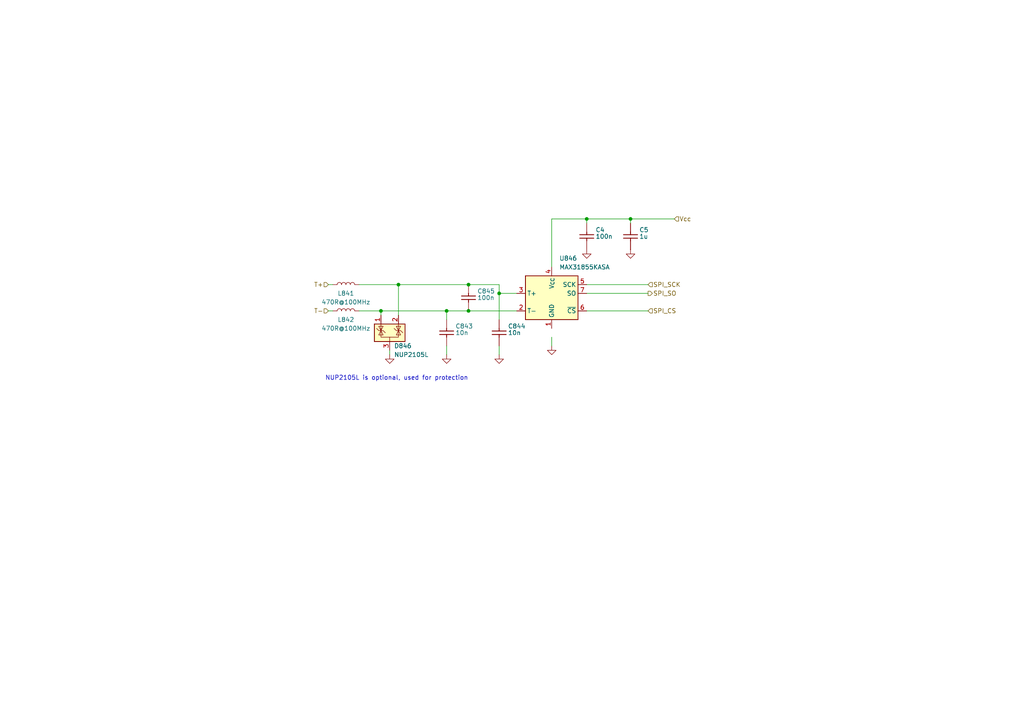
<source format=kicad_sch>
(kicad_sch (version 20231120) (generator "eeschema") (generator_version "8.0")
  (paper "A4")
  (lib_symbols
    (symbol "Device:L" (pin_numbers hide) (pin_names (offset 1.016) hide)
      (property "Reference" "L" (at -1.27 0 90))
      (property "Value" "L" (at 1.905 0 90))
      (symbol "L_0_1"
        (arc (start 0 -2.54) (mid 0.6323 -1.905) (end 0 -1.27))
        (arc (start 0 -1.27) (mid 0.6323 -0.635) (end 0 0))
        (arc (start 0 0) (mid 0.6323 0.635) (end 0 1.27))
        (arc (start 0 1.27) (mid 0.6323 1.905) (end 0 2.54))
      )
      (symbol "L_1_1"
        (pin passive line (at 0 3.81 270) (length 1.27) (name "1") (number "1"))
        (pin passive line (at 0 -3.81 90) (length 1.27) (name "2") (number "2"))
      )
    )
    (symbol "Power_Protection:NUP2105L" (pin_names hide)
      (property "Reference" "D" (at 5.715 2.54 0))
      (property "Value" "NUP2105L" (at 5.715 0.635 0))
      (symbol "NUP2105L_0_0"
        (pin passive line (at 0 -5.08 90) (length 2.54) (name "A") (number "3"))
      )
      (symbol "NUP2105L_0_1"
        (rectangle (start -4.445 2.54) (end 4.445 -2.54) (stroke (width 0.254)) (fill (type background)))
        (polyline (pts (xy -2.54 2.54) (xy -2.54 0.635)))
        (polyline (pts (xy 0 -1.27) (xy 0 -2.54)))
        (polyline (pts (xy 2.54 2.54) (xy 2.54 0.635)))
        (polyline (pts (xy -3.81 1.27) (xy -3.175 0.635) (xy -1.905 0.635) (xy -1.27 0)))
        (polyline (pts (xy -2.54 0.635) (xy -2.54 -1.27) (xy 2.54 -1.27) (xy 2.54 0.635)))
        (polyline (pts (xy -2.54 0.635) (xy -1.905 -0.635) (xy -3.175 -0.635) (xy -2.54 0.635)))
        (polyline (pts (xy 2.54 0.635) (xy 1.905 -0.635) (xy 3.175 -0.635) (xy 2.54 0.635)))
        (polyline (pts (xy 2.54 0.635) (xy 3.175 1.905) (xy 1.905 1.905) (xy 2.54 0.635)))
        (polyline (pts (xy -2.54 0.635) (xy -3.175 1.905) (xy -1.905 1.905) (xy -2.54 0.635) (xy -2.54 1.27)))
        (polyline (pts (xy 1.27 1.27) (xy 1.905 0.635) (xy 2.54 0.635) (xy 3.175 0.635) (xy 3.81 0)))
      )
      (symbol "NUP2105L_1_1"
        (pin passive line (at -2.54 5.08 270) (length 2.54) (name "K") (number "1"))
        (pin passive line (at 2.54 5.08 270) (length 2.54) (name "K") (number "2"))
      )
    )
    (symbol "Sensor_Temperature:MAX31855KASA"
      (property "Reference" "U" (at -7.62 8.89 0))
      (property "Value" "MAX31855KASA" (at 1.27 8.89 0))
      (symbol "MAX31855KASA_0_1"
        (rectangle (start -7.62 7.62) (end 7.62 -5.08) (stroke (width 0.254)) (fill (type background)))
      )
      (symbol "MAX31855KASA_1_1"
        (pin power_in line (at 0 -7.62 90) (length 2.54) (name "GND") (number "1"))
        (pin passive line (at -10.16 -2.54 0) (length 2.54) (name "T-") (number "2"))
        (pin passive line (at -10.16 2.54 0) (length 2.54) (name "T+") (number "3"))
        (pin power_in line (at 0 10.16 270) (length 2.54) (name "V_{CC}") (number "4"))
        (pin input line (at 10.16 5.08 180) (length 2.54) (name "SCK") (number "5"))
        (pin input line (at 10.16 -2.54 180) (length 2.54) (name "~{CS}") (number "6"))
        (pin tri_state line (at 10.16 2.54 180) (length 2.54) (name "SO") (number "7"))
        (pin no_connect line (at -7.62 5.08 0) (length 2.54) hide (name "NC") (number "8"))
      )
    )
    (symbol "hellen-one-common:Cap" (pin_numbers hide)
      (property "Reference" "C" (at -3.81 2.54 0))
      (property "Value" "Cap" (at -2.54 -1.27 0))
      (symbol "Cap_1_0"
        (polyline (pts (xy -1.27 0) (xy -0.508 0)) (stroke (width 0.254)))
        (polyline (pts (xy -0.508 -2.032) (xy -0.508 2.032)) (stroke (width 0.254)))
        (polyline (pts (xy 0.508 2.032) (xy 0.508 -2.032)) (stroke (width 0.254)))
        (polyline (pts (xy 1.27 0) (xy 0.508 0)) (stroke (width 0.254)))
        (pin passive line (at -3.81 0 0) (length 2.54) (name "") (number "1"))
        (pin passive line (at 3.81 0 180) (length 2.54) (name "") (number "2"))
      )
    )
    (symbol "power:GND" (power) (pin_numbers hide) (pin_names (offset 0) hide)
      (property "Value" "GND" (at 0 -3.81 0))
      (symbol "GND_0_1"
        (polyline (pts (xy 0 0) (xy 0 -1.27) (xy 1.27 -1.27) (xy 0 -2.54) (xy -1.27 -1.27) (xy 0 -1.27)))
      )
      (symbol "GND_1_1"
        (pin power_in line (at 0 0 270) (length 0) (name "~") (number "1"))
      )
    )
  )
  (junction (at 144.78 85.09))
  (junction (at 182.88 63.5))
  (junction (at 115.57 82.55))
  (junction (at 135.89 82.55))
  (junction (at 129.54 90.17))
  (junction (at 110.49 90.17))
  (junction (at 170.18 63.5))
  (junction (at 135.89 90.17))
  (wire (pts (xy 113.03 102.87) (xy 113.03 101.6)))
  (wire (pts (xy 115.57 82.55) (xy 115.57 91.44)))
  (wire (pts (xy 129.54 90.17) (xy 129.54 92.71)))
  (wire (pts (xy 135.89 90.17) (xy 149.86 90.17)))
  (wire (pts (xy 170.18 85.09) (xy 187.96 85.09)))
  (wire (pts (xy 144.78 85.09) (xy 149.86 85.09)))
  (wire (pts (xy 95.25 90.17) (xy 96.52 90.17)))
  (wire (pts (xy 160.02 63.5) (xy 170.18 63.5)))
  (wire (pts (xy 170.18 90.17) (xy 187.96 90.17)))
  (wire (pts (xy 144.78 82.55) (xy 144.78 85.09)))
  (wire (pts (xy 129.54 100.33) (xy 129.54 102.87)))
  (wire (pts (xy 135.89 82.55) (xy 144.78 82.55)))
  (wire (pts (xy 170.18 82.55) (xy 187.96 82.55)))
  (wire (pts (xy 170.18 63.5) (xy 182.88 63.5)))
  (wire (pts (xy 182.88 63.5) (xy 195.58 63.5)))
  (wire (pts (xy 160.02 97.79) (xy 160.02 100.33)))
  (wire (pts (xy 104.14 82.55) (xy 115.57 82.55)))
  (wire (pts (xy 95.25 82.55) (xy 96.52 82.55)))
  (wire (pts (xy 110.49 90.17) (xy 110.49 91.44)))
  (wire (pts (xy 104.14 90.17) (xy 110.49 90.17)))
  (wire (pts (xy 129.54 90.17) (xy 135.89 90.17)))
  (wire (pts (xy 144.78 100.33) (xy 144.78 102.87)))
  (wire (pts (xy 182.88 63.5) (xy 182.88 64.77)))
  (wire (pts (xy 144.78 85.09) (xy 144.78 92.71)))
  (wire (pts (xy 170.18 63.5) (xy 170.18 64.77)))
  (wire (pts (xy 160.02 77.47) (xy 160.02 63.5)))
  (wire (pts (xy 115.57 82.55) (xy 135.89 82.55)))
  (wire (pts (xy 110.49 90.17) (xy 129.54 90.17)))
  (text "NUP2105L is optional, used for protection" (at 115.062 109.728 0) (effects (font (size 1.27 1.27))))
  (hierarchical_label "Vcc" (shape input) (at 195.58 63.5 0))
  (hierarchical_label "T-" (shape input) (at 95.25 90.17 180))
  (hierarchical_label "SPI_CS" (shape input) (at 187.96 90.17 0))
  (hierarchical_label "SPI_SO" (shape output) (at 187.96 85.09 0))
  (hierarchical_label "SPI_SCK" (shape input) (at 187.96 82.55 0))
  (hierarchical_label "T+" (shape input) (at 95.25 82.55 180))
  (symbol (lib_id "power:GND") (at 160.02 100.33 0) (unit 1)
    (property "Reference" "#PWR081" (effects (hide yes)))
    (property "Value" "GND" (effects (hide yes)))
    (property "Description" "Power symbol creates a global label with name \"GND\" , ground" (effects (hide yes)))
  )
  (symbol (lib_id "Sensor_Temperature:MAX31855KASA") (at 160.02 87.63 0) (unit 1)
    (property "Reference" "U846" (at 162.2141 74.93 0) (effects (justify left)))
    (property "Value" "MAX31855KASA" (at 162.2141 77.47 0) (effects (justify left)))
    (property "Footprint" "Package_SO:SOIC-8_3.9x4.9mm_P1.27mm" (effects (hide yes)))
    (property "Datasheet" "http://datasheets.maximintegrated.com/en/ds/MAX31855.pdf" (effects (hide yes)))
    (property "Description" "Cold Junction K-type Thermocouple Interface, SPI, SOIC-8" (effects (hide yes)))
  )
  (symbol (lib_id "hellen-one-common:Cap") (at 135.89 86.36 90) (unit 1)
    (property "Reference" "C845" (at 138.43 84.455 90) (effects (justify right)))
    (property "Value" "100n" (at 138.43 86.36 90) (effects (justify right)))
    (property "Footprint" "hellen-one-common:C0603" (effects (hide yes)))
    (property "LCSC" "C14663" (effects (hide yes)))
  )
  (symbol (lib_id "hellen-one-common:Cap") (at 129.54 96.52 90) (unit 1)
    (property "Reference" "C843" (at 132.08 94.615 90) (effects (justify right)))
    (property "Value" "10n" (at 132.08 96.52 90) (effects (justify right)))
    (property "Footprint" "hellen-one-common:C0603" (effects (hide yes)))
    (property "LCSC" "C57112" (effects (hide yes)))
  )
  (symbol (lib_id "Device:L") (at 100.33 82.55 90) (unit 1)
    (property "Reference" "L841" (at 100.33 85.09 90))
    (property "Value" "470R@100MHz" (at 100.33 87.63 90))
    (property "Footprint" "Inductor_SMD:L_0603_1608Metric" (effects (hide yes)))
    (property "LCSC" "C97853" (effects (hide yes)))
  )
  (symbol (lib_id "power:GND") (at 170.18 72.39 0) (unit 1)
    (property "Reference" "#PWR082" (effects (hide yes)))
    (property "Value" "GND" (effects (hide yes)))
    (property "Description" "Power symbol creates a global label with name \"GND\" , ground" (effects (hide yes)))
  )
  (symbol (lib_id "power:GND") (at 113.03 102.87 0) (unit 1)
    (property "Reference" "#PWR078" (effects (hide yes)))
    (property "Value" "GND" (effects (hide yes)))
    (property "Description" "Power symbol creates a global label with name \"GND\" , ground" (effects (hide yes)))
  )
  (symbol (lib_id "Power_Protection:NUP2105L") (at 113.03 96.52 0) (unit 1)
    (property "Reference" "D846" (at 114.3 100.33 0) (effects (justify left)))
    (property "Value" "NUP2105L" (at 114.3 102.87 0) (effects (justify left)))
    (property "Footprint" "Package_TO_SOT_SMD:SOT-23" (effects (hide yes)))
    (property "Datasheet" "http://www.onsemi.com/pub_link/Collateral/NUP2105L-D.PDF" (effects (hide yes)))
    (property "LCSC" "C284104" (effects (hide yes)))
  )
  (symbol (lib_id "hellen-one-common:Cap") (at 170.18 68.58 90) (unit 1)
    (property "Reference" "C4" (at 172.72 66.675 90) (effects (justify right)))
    (property "Value" "100n" (at 172.72 68.58 90) (effects (justify right)))
    (property "Footprint" "hellen-one-common:C0603" (effects (hide yes)))
    (property "LCSC" "C14663" (effects (hide yes)))
  )
  (symbol (lib_id "power:GND") (at 129.54 102.87 0) (unit 1)
    (property "Reference" "#PWR079" (effects (hide yes)))
    (property "Value" "GND" (effects (hide yes)))
    (property "Description" "Power symbol creates a global label with name \"GND\" , ground" (effects (hide yes)))
  )
  (symbol (lib_id "power:GND") (at 144.78 102.87 0) (unit 1)
    (property "Reference" "#PWR080" (effects (hide yes)))
    (property "Value" "GND" (effects (hide yes)))
    (property "Description" "Power symbol creates a global label with name \"GND\" , ground" (effects (hide yes)))
  )
  (symbol (lib_id "Device:L") (at 100.33 90.17 90) (unit 1)
    (property "Reference" "L842" (at 100.33 92.71 90))
    (property "Value" "470R@100MHz" (at 100.33 95.25 90))
    (property "Footprint" "Inductor_SMD:L_0603_1608Metric" (effects (hide yes)))
    (property "LCSC" "C97853" (effects (hide yes)))
  )
  (symbol (lib_id "hellen-one-common:Cap") (at 144.78 96.52 90) (unit 1)
    (property "Reference" "C844" (at 147.32 94.615 90) (effects (justify right)))
    (property "Value" "10n" (at 147.32 96.52 90) (effects (justify right)))
    (property "Footprint" "hellen-one-common:C0603" (effects (hide yes)))
    (property "LCSC" "C57112" (effects (hide yes)))
  )
  (symbol (lib_id "hellen-one-common:Cap") (at 182.88 68.58 90) (unit 1)
    (property "Reference" "C5" (at 185.42 66.675 90) (effects (justify right)))
    (property "Value" "1u" (at 185.42 68.58 90) (effects (justify right)))
    (property "Footprint" "hellen-one-common:C0603" (effects (hide yes)))
    (property "LCSC" "C15849" (effects (hide yes)))
  )
  (symbol (lib_id "power:GND") (at 182.88 72.39 0) (unit 1)
    (property "Reference" "#PWR083" (effects (hide yes)))
    (property "Value" "GND" (effects (hide yes)))
    (property "Description" "Power symbol creates a global label with name \"GND\" , ground" (effects (hide yes)))
  )
)
</source>
